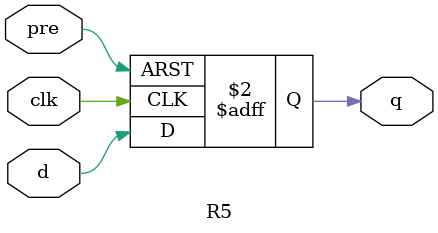
<source format=v>
module R5(d, clk, pre, q);
	input d, clk, pre;
	output reg q;
	
	always @ (posedge clk or posedge pre)
	begin
		if (pre)
		begin
			q <= 1'b1;
		end
		else
		begin
			q <= d;
		end
	end
endmodule

</source>
